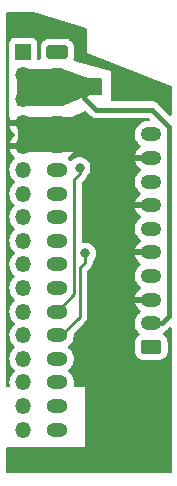
<source format=gbl>
G04 #@! TF.GenerationSoftware,KiCad,Pcbnew,(6.0.1)*
G04 #@! TF.CreationDate,2022-07-05T00:40:55-07:00*
G04 #@! TF.ProjectId,mu100-dit-connector-board,6d753130-302d-4646-9974-2d636f6e6e65,rev?*
G04 #@! TF.SameCoordinates,PX4a615b8PY2b4db18*
G04 #@! TF.FileFunction,Copper,L2,Bot*
G04 #@! TF.FilePolarity,Positive*
%FSLAX46Y46*%
G04 Gerber Fmt 4.6, Leading zero omitted, Abs format (unit mm)*
G04 Created by KiCad (PCBNEW (6.0.1)) date 2022-07-05 00:40:55*
%MOMM*%
%LPD*%
G01*
G04 APERTURE LIST*
G04 Aperture macros list*
%AMRoundRect*
4,1,4,2,3,4,5,6,7,8,9,2,3,0*
1,1,$1,$2,$3*
1,1,$1,$2,$3*
1,1,$1,$2,$3*
1,1,$1,$2,$3*
20,1,$1,$2,$3,$4,$5,0*
20,1,$1,$2,$3,$4,$5,0*
20,1,$1,$2,$3,$4,$5,0*
20,1,$1,$2,$3,$4,$5,0*%
G04 Aperture macros list end*
G04 #@! TA.AperFunction,ComponentPad*
%AMCOMP67*
4,1,3,
-0.65,0.35,
-0.65,-0.35,
0.65,-0.35,
0.65,0.35,
0*
4,1,19,
-0.65,0.6,
-0.57274575140626316,0.58776412907378839,
-0.50305368692688179,0.55225424859373684,
-0.44774575140626316,0.49694631307311826,
-0.41223587092621161,0.42725424859373684,
-0.4,0.35,
-0.41223587092621161,0.27274575140626311,
-0.44774575140626316,0.20305368692688172,
-0.50305368692688168,0.14774575140626314,
-0.57274575140626316,0.1122358709262116,
-0.65,0.099999999999999978,
-0.727254248593737,0.1122358709262116,
-0.79694631307311825,0.14774575140626309,
-0.85225424859373689,0.20305368692688167,
-0.88776412907378843,0.27274575140626311,
-0.9,0.34999999999999992,
-0.88776412907378843,0.42725424859373679,
-0.85225424859373689,0.49694631307311821,
-0.79694631307311836,0.55225424859373684,
-0.72725424859373689,0.58776412907378839,
0*
4,1,19,
-0.65,-0.099999999999999978,
-0.57274575140626316,-0.1122358709262116,
-0.50305368692688179,-0.14774575140626311,
-0.44774575140626316,-0.20305368692688169,
-0.41223587092621161,-0.27274575140626311,
-0.4,-0.35,
-0.41223587092621161,-0.42725424859373684,
-0.44774575140626316,-0.49694631307311821,
-0.50305368692688168,-0.55225424859373684,
-0.57274575140626316,-0.58776412907378839,
-0.65,-0.6,
-0.727254248593737,-0.58776412907378839,
-0.79694631307311825,-0.55225424859373684,
-0.85225424859373689,-0.49694631307311832,
-0.88776412907378843,-0.42725424859373684,
-0.9,-0.35000000000000003,
-0.88776412907378843,-0.27274575140626317,
-0.85225424859373689,-0.20305368692688175,
-0.79694631307311836,-0.14774575140626314,
-0.72725424859373689,-0.1122358709262116,
0*
4,1,19,
0.65,-0.099999999999999978,
0.72725424859373689,-0.1122358709262116,
0.79694631307311825,-0.14774575140626311,
0.85225424859373689,-0.20305368692688169,
0.88776412907378843,-0.27274575140626311,
0.9,-0.35,
0.88776412907378843,-0.42725424859373684,
0.85225424859373689,-0.49694631307311821,
0.79694631307311836,-0.55225424859373684,
0.72725424859373689,-0.58776412907378839,
0.65,-0.6,
0.572745751406263,-0.58776412907378839,
0.50305368692688179,-0.55225424859373684,
0.44774575140626316,-0.49694631307311832,
0.41223587092621161,-0.42725424859373684,
0.4,-0.35000000000000003,
0.41223587092621161,-0.27274575140626317,
0.44774575140626316,-0.20305368692688175,
0.50305368692688168,-0.14774575140626314,
0.57274575140626316,-0.1122358709262116,
0*
4,1,19,
0.65,0.6,
0.72725424859373689,0.58776412907378839,
0.79694631307311825,0.55225424859373684,
0.85225424859373689,0.49694631307311826,
0.88776412907378843,0.42725424859373684,
0.9,0.35,
0.88776412907378843,0.27274575140626311,
0.85225424859373689,0.20305368692688172,
0.79694631307311836,0.14774575140626314,
0.72725424859373689,0.1122358709262116,
0.65,0.099999999999999978,
0.572745751406263,0.1122358709262116,
0.50305368692688179,0.14774575140626309,
0.44774575140626316,0.20305368692688167,
0.41223587092621161,0.27274575140626311,
0.4,0.34999999999999992,
0.41223587092621161,0.42725424859373679,
0.44774575140626316,0.49694631307311821,
0.50305368692688168,0.55225424859373684,
0.57274575140626316,0.58776412907378839,
0*
4,1,3,
-0.9,0.35,
-0.4,0.35,
-0.4,-0.35,
-0.9,-0.35,
0*
4,1,3,
-0.65,-0.6,
-0.65,-0.099999999999999978,
0.65,-0.099999999999999978,
0.65,-0.6,
0*
4,1,3,
0.9,-0.35,
0.4,-0.35,
0.4,0.35,
0.9,0.35,
0*
4,1,3,
0.65,0.6,
0.65,0.099999999999999978,
-0.65,0.099999999999999978,
-0.65,0.6,
0*%
%ADD10COMP67,0.25X-0.65X0.35X-0.65X-0.35X0.65X-0.35X0.65X0.35X0*%
G04 #@! TD*
G04 #@! TA.AperFunction,ComponentPad*
%ADD11O,1.8X1.2*%
G04 #@! TD*
G04 #@! TA.AperFunction,ComponentPad*
%AMCOMP68*
4,1,3,
0.625,-0.35,
0.625,0.35,
-0.625,0.35,
-0.625,-0.35,
0*
4,1,19,
0.625,-0.099999999999999978,
0.70225424859373686,-0.1122358709262116,
0.77194631307311834,-0.14774575140626311,
0.82725424859373686,-0.20305368692688169,
0.86276412907378841,-0.27274575140626311,
0.875,-0.35,
0.86276412907378841,-0.42725424859373684,
0.82725424859373686,-0.49694631307311821,
0.77194631307311834,-0.55225424859373684,
0.70225424859373686,-0.58776412907378839,
0.625,-0.6,
0.547745751406263,-0.58776412907378839,
0.47805368692688177,-0.55225424859373684,
0.42274575140626314,-0.49694631307311832,
0.38723587092621159,-0.42725424859373684,
0.375,-0.35000000000000003,
0.38723587092621159,-0.27274575140626317,
0.42274575140626314,-0.20305368692688175,
0.47805368692688166,-0.14774575140626314,
0.54774575140626314,-0.1122358709262116,
0*
4,1,19,
0.625,0.6,
0.70225424859373686,0.58776412907378839,
0.77194631307311834,0.55225424859373684,
0.82725424859373686,0.49694631307311826,
0.86276412907378841,0.42725424859373684,
0.875,0.35,
0.86276412907378841,0.27274575140626311,
0.82725424859373686,0.20305368692688172,
0.77194631307311834,0.14774575140626314,
0.70225424859373686,0.1122358709262116,
0.625,0.099999999999999978,
0.547745751406263,0.1122358709262116,
0.47805368692688177,0.14774575140626309,
0.42274575140626314,0.20305368692688167,
0.38723587092621159,0.27274575140626311,
0.375,0.34999999999999992,
0.38723587092621159,0.42725424859373679,
0.42274575140626314,0.49694631307311821,
0.47805368692688166,0.55225424859373684,
0.54774575140626314,0.58776412907378839,
0*
4,1,19,
-0.625,0.6,
-0.54774575140626314,0.58776412907378839,
-0.47805368692688172,0.55225424859373684,
-0.42274575140626314,0.49694631307311826,
-0.38723587092621159,0.42725424859373684,
-0.375,0.35,
-0.38723587092621159,0.27274575140626311,
-0.42274575140626314,0.20305368692688172,
-0.47805368692688166,0.14774575140626314,
-0.54774575140626314,0.1122358709262116,
-0.625,0.099999999999999978,
-0.702254248593737,0.1122358709262116,
-0.77194631307311823,0.14774575140626309,
-0.82725424859373686,0.20305368692688167,
-0.86276412907378841,0.27274575140626311,
-0.875,0.34999999999999992,
-0.86276412907378841,0.42725424859373679,
-0.82725424859373686,0.49694631307311821,
-0.77194631307311834,0.55225424859373684,
-0.70225424859373686,0.58776412907378839,
0*
4,1,19,
-0.625,-0.099999999999999978,
-0.54774575140626314,-0.1122358709262116,
-0.47805368692688172,-0.14774575140626311,
-0.42274575140626314,-0.20305368692688169,
-0.38723587092621159,-0.27274575140626311,
-0.375,-0.35,
-0.38723587092621159,-0.42725424859373684,
-0.42274575140626314,-0.49694631307311821,
-0.47805368692688166,-0.55225424859373684,
-0.54774575140626314,-0.58776412907378839,
-0.625,-0.6,
-0.702254248593737,-0.58776412907378839,
-0.77194631307311823,-0.55225424859373684,
-0.82725424859373686,-0.49694631307311832,
-0.86276412907378841,-0.42725424859373684,
-0.875,-0.35000000000000003,
-0.86276412907378841,-0.27274575140626317,
-0.82725424859373686,-0.20305368692688175,
-0.77194631307311834,-0.14774575140626314,
-0.70225424859373686,-0.1122358709262116,
0*
4,1,3,
0.875,-0.35,
0.375,-0.35,
0.375,0.35,
0.875,0.35,
0*
4,1,3,
0.625,0.6,
0.625,0.099999999999999978,
-0.625,0.099999999999999978,
-0.625,0.6,
0*
4,1,3,
-0.875,0.35,
-0.375,0.35,
-0.375,-0.35,
-0.875,-0.35,
0*
4,1,3,
-0.625,-0.6,
-0.625,-0.099999999999999978,
0.625,-0.099999999999999978,
0.625,-0.6,
0*%
%ADD12COMP68,0.25X0.625X-0.35X0.625X0.35X-0.625X0.35X-0.625X-0.35X0*%
G04 #@! TD*
G04 #@! TA.AperFunction,ComponentPad*
%ADD13O,1.75X1.2*%
G04 #@! TD*
G04 #@! TA.AperFunction,ComponentPad*
%ADD14R,1.35X1.35*%
G04 #@! TD*
G04 #@! TA.AperFunction,ComponentPad*
%ADD15O,1.35X1.35*%
G04 #@! TD*
G04 #@! TA.AperFunction,ViaPad*
%ADD16C,0.8*%
G04 #@! TD*
G04 #@! TA.AperFunction,Conductor*
%ADD17C,0.4*%
G04 #@! TD*
G04 #@! TA.AperFunction,Conductor*
%ADD18C,0.25*%
G04 #@! TD*
G04 APERTURE END LIST*
D10*
X0020000000Y0084000000D02*
X0024855000Y0080165000D03*
D11*
X0024855000Y0078165000D03*
X0024855000Y0076165000D03*
X0024855000Y0074164999D03*
X0024855000Y0072164999D03*
X0024855000Y0070164999D03*
X0024855000Y0068164999D03*
X0024855000Y0066164999D03*
X0024855000Y0064164999D03*
X0024855000Y0062165000D03*
X0024855000Y0060165000D03*
X0024855000Y0058165000D03*
X0024855000Y0056165000D03*
X0024855000Y0054165000D03*
X0024855000Y0052165000D03*
X0024855000Y0050165000D03*
X0024855000Y0048165000D03*
D12*
X0032814999Y0055175000D03*
D13*
X0032814999Y0057175000D03*
X0032814999Y0059175000D03*
X0032814999Y0061175000D03*
X0032814999Y0063175000D03*
X0032814999Y0065175000D03*
X0032814999Y0067175000D03*
X0032814999Y0069175000D03*
X0032814999Y0071175000D03*
X0032814999Y0073175000D03*
D14*
X0021995000Y0080165000D03*
D15*
X0021995000Y0078165000D03*
X0021995000Y0076165000D03*
X0021995000Y0074164999D03*
X0021995000Y0072164999D03*
X0021995000Y0070164999D03*
X0021995000Y0068164999D03*
X0021995000Y0066164999D03*
X0021995000Y0064164999D03*
X0021995000Y0062165000D03*
X0021995000Y0060165000D03*
X0021995000Y0058165000D03*
X0021995000Y0056165000D03*
X0021995000Y0054165000D03*
X0021995000Y0052165000D03*
X0021995000Y0050165000D03*
X0021995000Y0048165000D03*
D16*
X0034095000Y0075685000D03*
X0032064999Y0076475000D03*
X0027035000Y0074605000D03*
X0028395000Y0074115000D03*
X0030075000Y0074055000D03*
X0026762999Y0070335400D03*
X0027220200Y0063096400D03*
D17*
X0025664400Y0078165000D02*
X0027271000Y0076558400D01*
X0024855000Y0076165000D02*
X0025959600Y0077269600D01*
X0024855000Y0078165000D02*
X0025664400Y0078165000D01*
X0026178800Y0077269600D02*
X0028185400Y0075263000D01*
X0034315480Y0073831920D02*
X0034315480Y0057796480D01*
X0032884400Y0075263000D02*
X0034315480Y0073831920D01*
X0025959600Y0077269600D02*
X0026178800Y0077269600D01*
X0033694000Y0057175000D02*
X0032814999Y0057175000D01*
X0028185400Y0075263000D02*
X0032884400Y0075263000D01*
X0034315480Y0057796480D02*
X0033694000Y0057175000D01*
X0027271000Y0076558400D02*
X0025248400Y0076558400D01*
D18*
X0026762999Y0070335400D02*
X0026762999Y0069813000D01*
X0026305799Y0059615800D02*
X0024855000Y0058165000D01*
X0026762999Y0069813000D02*
X0026305799Y0069355800D01*
X0026305799Y0069355800D02*
X0026305799Y0059615800D01*
X0027220200Y0062334400D02*
X0026762999Y0061877200D01*
X0027220200Y0063096400D02*
X0027220200Y0062334400D01*
X0026762999Y0061877200D02*
X0026762999Y0057736999D01*
X0026762999Y0057736999D02*
X0025191000Y0056165000D01*
X0025191000Y0056165000D02*
X0024855000Y0056165000D01*
G04 #@! TA.AperFunction,Conductor*
G36*
X0026325000Y0071675000D02*
G01*
X0024800031Y0071675000D01*
X0024800000Y0071680000D01*
X0021600000Y0071680000D01*
X0021599953Y0071675000D01*
X0021525000Y0071675000D01*
X0021525000Y0074675000D01*
X0026325000Y0074675000D01*
X0026325000Y0071675000D01*
G37*
G04 #@! TD.AperFunction*
G04 #@! TA.AperFunction,Conductor*
G36*
X0027329272Y0075117158D02*
G01*
X0027663950Y0074782479D01*
X0027669804Y0074776215D01*
X0027707839Y0074732615D01*
X0027714053Y0074728248D01*
X0027760119Y0074695872D01*
X0027765414Y0074691939D01*
X0027815682Y0074652524D01*
X0027822598Y0074649401D01*
X0027824884Y0074648017D01*
X0027839565Y0074639643D01*
X0027841925Y0074638378D01*
X0027848139Y0074634010D01*
X0027855218Y0074631250D01*
X0027855220Y0074631249D01*
X0027907675Y0074610798D01*
X0027913744Y0074608247D01*
X0027971973Y0074581955D01*
X0027979440Y0074580571D01*
X0027981995Y0074579770D01*
X0027998248Y0074575141D01*
X0028000828Y0074574478D01*
X0028007908Y0074571718D01*
X0028015439Y0074570727D01*
X0028015442Y0074570726D01*
X0028045061Y0074566827D01*
X0028071261Y0074563378D01*
X0028077759Y0074562348D01*
X0028140586Y0074550704D01*
X0028148166Y0074551141D01*
X0028148167Y0074551141D01*
X0028202792Y0074554291D01*
X0028210046Y0074554500D01*
X0032538740Y0074554500D01*
X0032606861Y0074534498D01*
X0032627834Y0074517595D01*
X0032646834Y0074498595D01*
X0032680861Y0074436283D01*
X0032675796Y0074365468D01*
X0032633249Y0074308632D01*
X0032566729Y0074283821D01*
X0032557740Y0074283500D01*
X0032487154Y0074283500D01*
X0032329434Y0074268452D01*
X0032126466Y0074208908D01*
X0032121139Y0074206164D01*
X0032121138Y0074206164D01*
X0031943751Y0074114803D01*
X0031943748Y0074114802D01*
X0031938420Y0074112058D01*
X0031772080Y0073981396D01*
X0031768148Y0073976865D01*
X0031768145Y0073976862D01*
X0031699365Y0073897601D01*
X0031633448Y0073821637D01*
X0031630448Y0073816451D01*
X0031630445Y0073816447D01*
X0031549616Y0073676728D01*
X0031527527Y0073638546D01*
X0031458139Y0073438729D01*
X0031457278Y0073432794D01*
X0031457278Y0073432792D01*
X0031432898Y0073264643D01*
X0031427787Y0073229396D01*
X0031437567Y0073018101D01*
X0031438971Y0073012276D01*
X0031438971Y0073012275D01*
X0031469067Y0072887397D01*
X0031487125Y0072812466D01*
X0031574674Y0072619913D01*
X0031697054Y0072447389D01*
X0031849850Y0072301119D01*
X0031854881Y0072297870D01*
X0031854888Y0072297865D01*
X0031882607Y0072279967D01*
X0031928984Y0072226211D01*
X0031938937Y0072155915D01*
X0031909304Y0072091398D01*
X0031892091Y0072075030D01*
X0031777143Y0071984738D01*
X0031768494Y0071976501D01*
X0031637788Y0071825877D01*
X0031630853Y0071816153D01*
X0031530990Y0071643533D01*
X0031526016Y0071632669D01*
X0031460593Y0071444273D01*
X0031460352Y0071443284D01*
X0031461820Y0071432992D01*
X0031475385Y0071429000D01*
X0032942999Y0071429000D01*
X0033011121Y0071408998D01*
X0033057614Y0071355342D01*
X0033069000Y0071303000D01*
X0033069000Y0071047000D01*
X0033048997Y0070978879D01*
X0032995342Y0070932386D01*
X0032942999Y0070920999D01*
X0031479598Y0070920999D01*
X0031466067Y0070917027D01*
X0031464712Y0070907601D01*
X0031486193Y0070818463D01*
X0031490083Y0070807168D01*
X0031572629Y0070625618D01*
X0031578576Y0070615276D01*
X0031693968Y0070452603D01*
X0031701760Y0070443575D01*
X0031845831Y0070305658D01*
X0031855200Y0070298259D01*
X0031882576Y0070280582D01*
X0031928955Y0070226828D01*
X0031938909Y0070156532D01*
X0031909278Y0070092015D01*
X0031892063Y0070075644D01*
X0031772080Y0069981396D01*
X0031768148Y0069976865D01*
X0031768145Y0069976862D01*
X0031649554Y0069840198D01*
X0031633448Y0069821637D01*
X0031630448Y0069816451D01*
X0031630445Y0069816447D01*
X0031602561Y0069768247D01*
X0031527527Y0069638546D01*
X0031458139Y0069438729D01*
X0031457278Y0069432794D01*
X0031457278Y0069432792D01*
X0031441907Y0069326777D01*
X0031427787Y0069229396D01*
X0031437567Y0069018101D01*
X0031487125Y0068812466D01*
X0031574674Y0068619913D01*
X0031697054Y0068447389D01*
X0031849850Y0068301119D01*
X0031854881Y0068297870D01*
X0031854888Y0068297865D01*
X0031882607Y0068279967D01*
X0031928984Y0068226211D01*
X0031938937Y0068155915D01*
X0031909304Y0068091398D01*
X0031892091Y0068075030D01*
X0031777143Y0067984738D01*
X0031768494Y0067976501D01*
X0031637788Y0067825876D01*
X0031630853Y0067816153D01*
X0031530990Y0067643533D01*
X0031526016Y0067632669D01*
X0031460593Y0067444273D01*
X0031460352Y0067443284D01*
X0031461820Y0067432992D01*
X0031475385Y0067429000D01*
X0032942999Y0067429000D01*
X0033011121Y0067408998D01*
X0033057614Y0067355342D01*
X0033069000Y0067303000D01*
X0033069000Y0067047000D01*
X0033048997Y0066978879D01*
X0032995342Y0066932386D01*
X0032942999Y0066920999D01*
X0031479598Y0066920999D01*
X0031466067Y0066917027D01*
X0031464712Y0066907601D01*
X0031486193Y0066818463D01*
X0031490083Y0066807168D01*
X0031572629Y0066625618D01*
X0031578576Y0066615275D01*
X0031693968Y0066452603D01*
X0031701760Y0066443574D01*
X0031845831Y0066305657D01*
X0031855200Y0066298259D01*
X0031882576Y0066280581D01*
X0031928955Y0066226828D01*
X0031938909Y0066156532D01*
X0031909278Y0066092015D01*
X0031892063Y0066075644D01*
X0031772080Y0065981396D01*
X0031768148Y0065976865D01*
X0031768145Y0065976862D01*
X0031649554Y0065840198D01*
X0031633448Y0065821636D01*
X0031630448Y0065816451D01*
X0031630445Y0065816447D01*
X0031602561Y0065768247D01*
X0031527527Y0065638546D01*
X0031458139Y0065438728D01*
X0031427787Y0065229396D01*
X0031437567Y0065018101D01*
X0031487125Y0064812466D01*
X0031574674Y0064619913D01*
X0031697054Y0064447389D01*
X0031849850Y0064301119D01*
X0031854881Y0064297870D01*
X0031854888Y0064297865D01*
X0031882607Y0064279967D01*
X0031928984Y0064226211D01*
X0031938937Y0064155914D01*
X0031909304Y0064091398D01*
X0031892091Y0064075030D01*
X0031777143Y0063984738D01*
X0031768494Y0063976501D01*
X0031637788Y0063825877D01*
X0031630853Y0063816153D01*
X0031530990Y0063643533D01*
X0031526016Y0063632669D01*
X0031460593Y0063444272D01*
X0031460352Y0063443284D01*
X0031461820Y0063432992D01*
X0031475385Y0063429000D01*
X0032942999Y0063429000D01*
X0033011121Y0063408998D01*
X0033057614Y0063355342D01*
X0033069000Y0063303000D01*
X0033069000Y0063047000D01*
X0033048997Y0062978879D01*
X0032995342Y0062932386D01*
X0032942999Y0062921000D01*
X0031479598Y0062921000D01*
X0031466067Y0062917027D01*
X0031464712Y0062907601D01*
X0031486193Y0062818463D01*
X0031490083Y0062807168D01*
X0031572629Y0062625618D01*
X0031578576Y0062615276D01*
X0031693968Y0062452603D01*
X0031701760Y0062443574D01*
X0031845831Y0062305658D01*
X0031855200Y0062298259D01*
X0031882576Y0062280581D01*
X0031928955Y0062226828D01*
X0031938909Y0062156532D01*
X0031909278Y0062092015D01*
X0031892063Y0062075644D01*
X0031772080Y0061981396D01*
X0031768148Y0061976865D01*
X0031768145Y0061976862D01*
X0031716853Y0061917753D01*
X0031633448Y0061821636D01*
X0031630448Y0061816451D01*
X0031630445Y0061816447D01*
X0031602561Y0061768247D01*
X0031527527Y0061638546D01*
X0031458139Y0061438728D01*
X0031427787Y0061229396D01*
X0031437567Y0061018101D01*
X0031487125Y0060812466D01*
X0031574674Y0060619913D01*
X0031697054Y0060447389D01*
X0031849850Y0060301119D01*
X0031854881Y0060297870D01*
X0031854888Y0060297865D01*
X0031882607Y0060279967D01*
X0031928984Y0060226211D01*
X0031938937Y0060155915D01*
X0031909304Y0060091398D01*
X0031892091Y0060075030D01*
X0031777143Y0059984738D01*
X0031768494Y0059976501D01*
X0031637788Y0059825877D01*
X0031630853Y0059816153D01*
X0031530990Y0059643533D01*
X0031526016Y0059632669D01*
X0031460593Y0059444272D01*
X0031460352Y0059443284D01*
X0031461820Y0059432992D01*
X0031475385Y0059429000D01*
X0032942999Y0059429000D01*
X0033011121Y0059408998D01*
X0033057614Y0059355342D01*
X0033069000Y0059303000D01*
X0033069000Y0059047000D01*
X0033048997Y0058978879D01*
X0032995342Y0058932386D01*
X0032942999Y0058921000D01*
X0031479598Y0058921000D01*
X0031466067Y0058917027D01*
X0031464712Y0058907601D01*
X0031486193Y0058818463D01*
X0031490083Y0058807168D01*
X0031572629Y0058625618D01*
X0031578576Y0058615276D01*
X0031693968Y0058452603D01*
X0031701760Y0058443574D01*
X0031845831Y0058305658D01*
X0031855200Y0058298259D01*
X0031882576Y0058280581D01*
X0031928955Y0058226828D01*
X0031938909Y0058156532D01*
X0031909278Y0058092015D01*
X0031892063Y0058075644D01*
X0031772080Y0057981396D01*
X0031768148Y0057976865D01*
X0031768145Y0057976862D01*
X0031649554Y0057840198D01*
X0031633448Y0057821636D01*
X0031630448Y0057816451D01*
X0031630445Y0057816447D01*
X0031549903Y0057677223D01*
X0031527527Y0057638546D01*
X0031458139Y0057438728D01*
X0031457278Y0057432794D01*
X0031457278Y0057432792D01*
X0031429266Y0057239593D01*
X0031427787Y0057229396D01*
X0031437567Y0057018101D01*
X0031438971Y0057012276D01*
X0031438971Y0057012275D01*
X0031475695Y0056859895D01*
X0031487125Y0056812466D01*
X0031574674Y0056619913D01*
X0031697054Y0056447389D01*
X0031701380Y0056443247D01*
X0031701386Y0056443241D01*
X0031792317Y0056356194D01*
X0031827694Y0056294639D01*
X0031824175Y0056223730D01*
X0031782879Y0056165979D01*
X0031771496Y0056158035D01*
X0031715652Y0056123478D01*
X0031590695Y0055998303D01*
X0031497885Y0055847738D01*
X0031495581Y0055840790D01*
X0031447642Y0055696258D01*
X0031442203Y0055679861D01*
X0031431500Y0055575400D01*
X0031431500Y0054774600D01*
X0031442474Y0054668834D01*
X0031498450Y0054501054D01*
X0031591521Y0054350652D01*
X0031716697Y0054225695D01*
X0031722927Y0054221855D01*
X0031722928Y0054221854D01*
X0031860090Y0054137305D01*
X0031867262Y0054132885D01*
X0031916356Y0054116601D01*
X0032028610Y0054079368D01*
X0032028613Y0054079368D01*
X0032035139Y0054077203D01*
X0032041975Y0054076503D01*
X0032041978Y0054076502D01*
X0032085031Y0054072091D01*
X0032139600Y0054066500D01*
X0033490400Y0054066500D01*
X0033493646Y0054066837D01*
X0033493650Y0054066837D01*
X0033589308Y0054076762D01*
X0033589312Y0054076763D01*
X0033596166Y0054077473D01*
X0033602702Y0054079655D01*
X0033602704Y0054079655D01*
X0033734806Y0054123728D01*
X0033763946Y0054133450D01*
X0033914348Y0054226522D01*
X0034039305Y0054351697D01*
X0034076549Y0054412118D01*
X0034128275Y0054496032D01*
X0034128276Y0054496034D01*
X0034132115Y0054502262D01*
X0034187797Y0054670139D01*
X0034198499Y0054774600D01*
X0034198499Y0055575400D01*
X0034187526Y0055681166D01*
X0034180758Y0055701454D01*
X0034133868Y0055841998D01*
X0034131550Y0055848946D01*
X0034038478Y0055999348D01*
X0033913303Y0056124305D01*
X0033861764Y0056156075D01*
X0033814271Y0056208846D01*
X0033802847Y0056278918D01*
X0033831120Y0056344042D01*
X0033850045Y0056362418D01*
X0033857920Y0056368604D01*
X0033981688Y0056511234D01*
X0034018150Y0056540054D01*
X0034024656Y0056542513D01*
X0034030917Y0056546814D01*
X0034033286Y0056548054D01*
X0034048097Y0056556298D01*
X0034050351Y0056557632D01*
X0034057305Y0056560685D01*
X0034108002Y0056599587D01*
X0034113332Y0056603459D01*
X0034159720Y0056635339D01*
X0034159725Y0056635344D01*
X0034165981Y0056639643D01*
X0034207426Y0056686161D01*
X0034212408Y0056691437D01*
X0034351905Y0056830934D01*
X0034414217Y0056864960D01*
X0034485032Y0056859895D01*
X0034541868Y0056817347D01*
X0034566679Y0056750828D01*
X0034567000Y0056741839D01*
X0034567000Y0044634000D01*
X0034546998Y0044565879D01*
X0034493342Y0044519386D01*
X0034441000Y0044508000D01*
X0020634000Y0044508000D01*
X0020565879Y0044528002D01*
X0020519386Y0044581658D01*
X0020508000Y0044634000D01*
X0020508000Y0046539600D01*
X0020528002Y0046607721D01*
X0020581658Y0046654214D01*
X0020634000Y0046665600D01*
X0027238400Y0046665600D01*
X0027238400Y0051775000D01*
X0026364139Y0051775000D01*
X0026296018Y0051795002D01*
X0026249525Y0051848658D01*
X0026239443Y0051919080D01*
X0026266352Y0052104664D01*
X0026266352Y0052104667D01*
X0026267213Y0052110603D01*
X0026257433Y0052321899D01*
X0026207875Y0052527534D01*
X0026168412Y0052614329D01*
X0026122806Y0052714632D01*
X0026120326Y0052720087D01*
X0025997946Y0052892611D01*
X0025845150Y0053038881D01*
X0025839255Y0053042688D01*
X0025812837Y0053059746D01*
X0025766460Y0053113501D01*
X0025756507Y0053183797D01*
X0025786139Y0053248314D01*
X0025803353Y0053264683D01*
X0025918202Y0053354898D01*
X0025922920Y0053358604D01*
X0025926852Y0053363135D01*
X0025926855Y0053363138D01*
X0026057621Y0053513833D01*
X0026061552Y0053518363D01*
X0026064552Y0053523549D01*
X0026064555Y0053523553D01*
X0026164467Y0053696258D01*
X0026167473Y0053701454D01*
X0026236861Y0053901271D01*
X0026260867Y0054066837D01*
X0026266352Y0054104664D01*
X0026266352Y0054104667D01*
X0026267213Y0054110603D01*
X0026257433Y0054321899D01*
X0026212582Y0054508002D01*
X0026209281Y0054521701D01*
X0026209280Y0054521703D01*
X0026207875Y0054527534D01*
X0026168412Y0054614329D01*
X0026140511Y0054675692D01*
X0026120326Y0054720087D01*
X0025997946Y0054892611D01*
X0025845150Y0055038881D01*
X0025839255Y0055042688D01*
X0025812837Y0055059746D01*
X0025766460Y0055113501D01*
X0025756507Y0055183797D01*
X0025786139Y0055248314D01*
X0025803353Y0055264683D01*
X0025918202Y0055354898D01*
X0025922920Y0055358604D01*
X0025926852Y0055363135D01*
X0025926855Y0055363138D01*
X0026057621Y0055513833D01*
X0026061552Y0055518363D01*
X0026064552Y0055523549D01*
X0026064555Y0055523553D01*
X0026164467Y0055696258D01*
X0026167473Y0055701454D01*
X0026236861Y0055901271D01*
X0026267213Y0056110603D01*
X0026261141Y0056241796D01*
X0026259403Y0056279348D01*
X0026276234Y0056348320D01*
X0026296173Y0056374269D01*
X0027155258Y0057233353D01*
X0027163536Y0057240887D01*
X0027170018Y0057245000D01*
X0027216644Y0057294652D01*
X0027219398Y0057297493D01*
X0027239135Y0057317229D01*
X0027241615Y0057320426D01*
X0027249320Y0057329449D01*
X0027274159Y0057355900D01*
X0027279586Y0057361678D01*
X0027283405Y0057368625D01*
X0027283407Y0057368628D01*
X0027289348Y0057379434D01*
X0027300199Y0057395953D01*
X0027307758Y0057405699D01*
X0027312614Y0057411958D01*
X0027315759Y0057419228D01*
X0027315762Y0057419232D01*
X0027330174Y0057452537D01*
X0027335391Y0057463187D01*
X0027356695Y0057501940D01*
X0027361733Y0057521563D01*
X0027368137Y0057540266D01*
X0027373033Y0057551580D01*
X0027373033Y0057551581D01*
X0027376181Y0057558855D01*
X0027377420Y0057566677D01*
X0027377423Y0057566688D01*
X0027383099Y0057602524D01*
X0027385505Y0057614143D01*
X0027394528Y0057649288D01*
X0027394528Y0057649290D01*
X0027396500Y0057656970D01*
X0027396500Y0057677223D01*
X0027398051Y0057696935D01*
X0027399980Y0057709114D01*
X0027401220Y0057716943D01*
X0027397059Y0057760962D01*
X0027396500Y0057772819D01*
X0027396500Y0061562606D01*
X0027416502Y0061630727D01*
X0027433405Y0061651701D01*
X0027612447Y0061830743D01*
X0027620737Y0061838287D01*
X0027627218Y0061842400D01*
X0027673859Y0061892067D01*
X0027676613Y0061894909D01*
X0027696334Y0061914630D01*
X0027698812Y0061917825D01*
X0027706518Y0061926846D01*
X0027731358Y0061953299D01*
X0027736786Y0061959079D01*
X0027746546Y0061976832D01*
X0027757399Y0061993355D01*
X0027764953Y0062003094D01*
X0027769813Y0062009359D01*
X0027787376Y0062049943D01*
X0027792583Y0062060573D01*
X0027813895Y0062099340D01*
X0027815866Y0062107017D01*
X0027815868Y0062107022D01*
X0027818932Y0062118958D01*
X0027825338Y0062137670D01*
X0027830234Y0062148983D01*
X0027833381Y0062156255D01*
X0027840297Y0062199919D01*
X0027842704Y0062211540D01*
X0027851728Y0062246689D01*
X0027851728Y0062246690D01*
X0027853700Y0062254370D01*
X0027853700Y0062274631D01*
X0027855251Y0062294342D01*
X0027855871Y0062298259D01*
X0027858418Y0062314343D01*
X0027854259Y0062358354D01*
X0027853700Y0062370211D01*
X0027853700Y0062393876D01*
X0027873702Y0062461997D01*
X0027886058Y0062478179D01*
X0027959240Y0062559456D01*
X0028054727Y0062724844D01*
X0028113742Y0062906472D01*
X0028114852Y0062917027D01*
X0028133014Y0063089835D01*
X0028133704Y0063096400D01*
X0028124440Y0063184535D01*
X0028114432Y0063279765D01*
X0028114432Y0063279767D01*
X0028113742Y0063286328D01*
X0028054727Y0063467956D01*
X0027959240Y0063633344D01*
X0027831453Y0063775266D01*
X0027676952Y0063887518D01*
X0027670924Y0063890202D01*
X0027670922Y0063890203D01*
X0027508519Y0063962509D01*
X0027508518Y0063962509D01*
X0027502488Y0063965194D01*
X0027409087Y0063985047D01*
X0027322144Y0064003528D01*
X0027322139Y0064003528D01*
X0027315687Y0064004899D01*
X0027124713Y0064004899D01*
X0027114465Y0064002722D01*
X0027091496Y0063997840D01*
X0027020705Y0064003243D01*
X0026964073Y0064046060D01*
X0026939580Y0064112697D01*
X0026939300Y0064121087D01*
X0026939300Y0069041206D01*
X0026959302Y0069109327D01*
X0026976205Y0069130301D01*
X0027155247Y0069309343D01*
X0027163536Y0069316887D01*
X0027170018Y0069321000D01*
X0027216659Y0069370668D01*
X0027219413Y0069373509D01*
X0027239134Y0069393230D01*
X0027241612Y0069396425D01*
X0027249318Y0069405447D01*
X0027274158Y0069431899D01*
X0027279586Y0069437679D01*
X0027289346Y0069455432D01*
X0027300199Y0069471955D01*
X0027307753Y0069481694D01*
X0027312613Y0069487959D01*
X0027330176Y0069528543D01*
X0027335383Y0069539173D01*
X0027356695Y0069577940D01*
X0027358666Y0069585617D01*
X0027358668Y0069585622D01*
X0027361732Y0069597557D01*
X0027368138Y0069616270D01*
X0027373033Y0069627580D01*
X0027376181Y0069634855D01*
X0027377202Y0069641301D01*
X0027404181Y0069689771D01*
X0027497617Y0069793543D01*
X0027497620Y0069793547D01*
X0027502040Y0069798456D01*
X0027597527Y0069963844D01*
X0027656542Y0070145472D01*
X0027657705Y0070156532D01*
X0027675814Y0070328835D01*
X0027676504Y0070335400D01*
X0027668441Y0070412117D01*
X0027657232Y0070518765D01*
X0027657232Y0070518767D01*
X0027656542Y0070525328D01*
X0027597527Y0070706956D01*
X0027502040Y0070872344D01*
X0027470295Y0070907601D01*
X0027378675Y0071009355D01*
X0027378674Y0071009356D01*
X0027374253Y0071014265D01*
X0027219752Y0071126518D01*
X0027213724Y0071129201D01*
X0027213722Y0071129203D01*
X0027051319Y0071201509D01*
X0027051318Y0071201509D01*
X0027045288Y0071204194D01*
X0026951887Y0071224047D01*
X0026864944Y0071242528D01*
X0026864939Y0071242528D01*
X0026858487Y0071243900D01*
X0026667513Y0071243900D01*
X0026661061Y0071242528D01*
X0026661056Y0071242528D01*
X0026574113Y0071224047D01*
X0026480712Y0071204194D01*
X0026474682Y0071201509D01*
X0026474681Y0071201509D01*
X0026312278Y0071129203D01*
X0026312276Y0071129201D01*
X0026306248Y0071126518D01*
X0026151747Y0071014265D01*
X0026119885Y0070978879D01*
X0026108644Y0070966395D01*
X0026048198Y0070929155D01*
X0025977215Y0070930507D01*
X0025927877Y0070959687D01*
X0025849480Y0071034736D01*
X0025845150Y0071038881D01*
X0025840119Y0071042130D01*
X0025840112Y0071042135D01*
X0025812393Y0071060033D01*
X0025766016Y0071113789D01*
X0025756063Y0071184085D01*
X0025785696Y0071248602D01*
X0025802909Y0071264970D01*
X0025917856Y0071355262D01*
X0025926506Y0071363499D01*
X0026057212Y0071514123D01*
X0026064147Y0071523847D01*
X0026164010Y0071696467D01*
X0026168984Y0071707331D01*
X0026234407Y0071895727D01*
X0026234648Y0071896716D01*
X0026233180Y0071907008D01*
X0026219615Y0071911000D01*
X0023494598Y0071911000D01*
X0023481067Y0071907027D01*
X0023479712Y0071897601D01*
X0023494673Y0071835520D01*
X0023491188Y0071764609D01*
X0023449918Y0071706839D01*
X0023383967Y0071680553D01*
X0023372180Y0071680000D01*
X0023255587Y0071680000D01*
X0023187466Y0071700002D01*
X0023140973Y0071753658D01*
X0023130869Y0071823932D01*
X0023136274Y0071846501D01*
X0023148385Y0071882179D01*
X0023151017Y0071893143D01*
X0023149040Y0071907008D01*
X0023135474Y0071911000D01*
X0020856981Y0071911000D01*
X0020843450Y0071907027D01*
X0020842158Y0071898038D01*
X0020873656Y0071774015D01*
X0020877497Y0071763168D01*
X0020963685Y0071576211D01*
X0020969436Y0071566250D01*
X0021088254Y0071398127D01*
X0021095725Y0071389379D01*
X0021235118Y0071253589D01*
X0021269956Y0071191728D01*
X0021265819Y0071120852D01*
X0021230274Y0071068604D01*
X0021132842Y0070983158D01*
X0020998181Y0070812342D01*
X0020896905Y0070619846D01*
X0020895192Y0070614329D01*
X0020842171Y0070443575D01*
X0020832403Y0070412117D01*
X0020806837Y0070196113D01*
X0020821063Y0069979067D01*
X0020822484Y0069973471D01*
X0020822485Y0069973466D01*
X0020873184Y0069773842D01*
X0020874605Y0069768247D01*
X0020965668Y0069570715D01*
X0020969001Y0069565999D01*
X0021063774Y0069431899D01*
X0021091204Y0069393086D01*
X0021095346Y0069389051D01*
X0021234741Y0069253259D01*
X0021269579Y0069191397D01*
X0021265442Y0069120522D01*
X0021229899Y0069068274D01*
X0021132842Y0068983158D01*
X0020998181Y0068812342D01*
X0020896905Y0068619846D01*
X0020832403Y0068412117D01*
X0020806837Y0068196113D01*
X0020821063Y0067979067D01*
X0020874605Y0067768247D01*
X0020965668Y0067570715D01*
X0020969001Y0067565999D01*
X0021055029Y0067444273D01*
X0021091204Y0067393086D01*
X0021095346Y0067389051D01*
X0021234741Y0067253259D01*
X0021269579Y0067191397D01*
X0021265442Y0067120522D01*
X0021229899Y0067068274D01*
X0021132842Y0066983158D01*
X0020998181Y0066812342D01*
X0020896905Y0066619845D01*
X0020895192Y0066614329D01*
X0020842171Y0066443574D01*
X0020832403Y0066412117D01*
X0020806837Y0066196113D01*
X0020821063Y0065979067D01*
X0020822484Y0065973471D01*
X0020822485Y0065973466D01*
X0020862364Y0065816447D01*
X0020874605Y0065768247D01*
X0020965668Y0065570715D01*
X0020969001Y0065565999D01*
X0021063143Y0065432792D01*
X0021091204Y0065393086D01*
X0021095346Y0065389050D01*
X0021234741Y0065253259D01*
X0021269579Y0065191397D01*
X0021265442Y0065120521D01*
X0021229899Y0065068274D01*
X0021132842Y0064983158D01*
X0020998181Y0064812342D01*
X0020896905Y0064619845D01*
X0020832403Y0064412117D01*
X0020806837Y0064196113D01*
X0020821063Y0063979067D01*
X0020822484Y0063973471D01*
X0020822485Y0063973466D01*
X0020845299Y0063883637D01*
X0020874605Y0063768247D01*
X0020965668Y0063570715D01*
X0020969001Y0063565999D01*
X0021055029Y0063444272D01*
X0021091204Y0063393086D01*
X0021095346Y0063389050D01*
X0021234741Y0063253259D01*
X0021269579Y0063191398D01*
X0021265442Y0063120522D01*
X0021229899Y0063068274D01*
X0021132842Y0062983158D01*
X0020998181Y0062812342D01*
X0020896905Y0062619845D01*
X0020895192Y0062614329D01*
X0020842171Y0062443574D01*
X0020832403Y0062412118D01*
X0020806837Y0062196113D01*
X0020821063Y0061979067D01*
X0020822484Y0061973471D01*
X0020822485Y0061973466D01*
X0020862364Y0061816447D01*
X0020874605Y0061768247D01*
X0020965668Y0061570715D01*
X0020969001Y0061565999D01*
X0021063143Y0061432792D01*
X0021091204Y0061393086D01*
X0021095346Y0061389050D01*
X0021234741Y0061253259D01*
X0021269579Y0061191398D01*
X0021265442Y0061120522D01*
X0021229899Y0061068274D01*
X0021132842Y0060983158D01*
X0020998181Y0060812342D01*
X0020896905Y0060619845D01*
X0020832403Y0060412118D01*
X0020806837Y0060196113D01*
X0020821063Y0059979067D01*
X0020874605Y0059768247D01*
X0020965668Y0059570715D01*
X0020969001Y0059565999D01*
X0021055029Y0059444272D01*
X0021091204Y0059393086D01*
X0021095346Y0059389050D01*
X0021234741Y0059253259D01*
X0021269579Y0059191398D01*
X0021265442Y0059120522D01*
X0021229899Y0059068274D01*
X0021132842Y0058983158D01*
X0020998181Y0058812342D01*
X0020896905Y0058619845D01*
X0020895192Y0058614329D01*
X0020842171Y0058443574D01*
X0020832403Y0058412118D01*
X0020806837Y0058196113D01*
X0020821063Y0057979067D01*
X0020822484Y0057973471D01*
X0020822485Y0057973466D01*
X0020862364Y0057816447D01*
X0020874605Y0057768247D01*
X0020877022Y0057763003D01*
X0020907480Y0057696935D01*
X0020965668Y0057570715D01*
X0020969001Y0057565999D01*
X0021063143Y0057432792D01*
X0021091204Y0057393086D01*
X0021095346Y0057389050D01*
X0021234741Y0057253259D01*
X0021269579Y0057191398D01*
X0021265442Y0057120522D01*
X0021229899Y0057068274D01*
X0021132842Y0056983158D01*
X0020998181Y0056812342D01*
X0020896905Y0056619845D01*
X0020832403Y0056412118D01*
X0020806837Y0056196113D01*
X0020821063Y0055979067D01*
X0020822484Y0055973471D01*
X0020822485Y0055973466D01*
X0020855874Y0055841998D01*
X0020874605Y0055768247D01*
X0020965668Y0055570715D01*
X0021091204Y0055393086D01*
X0021095346Y0055389050D01*
X0021234741Y0055253259D01*
X0021269579Y0055191398D01*
X0021265442Y0055120522D01*
X0021229899Y0055068274D01*
X0021132842Y0054983158D01*
X0021129270Y0054978627D01*
X0021064726Y0054896753D01*
X0020998181Y0054812342D01*
X0020896905Y0054619845D01*
X0020832403Y0054412118D01*
X0020806837Y0054196113D01*
X0020821063Y0053979067D01*
X0020874605Y0053768247D01*
X0020965668Y0053570715D01*
X0021091204Y0053393086D01*
X0021095346Y0053389050D01*
X0021234741Y0053253259D01*
X0021269579Y0053191398D01*
X0021265442Y0053120522D01*
X0021229899Y0053068274D01*
X0021132842Y0052983158D01*
X0021129270Y0052978627D01*
X0021064726Y0052896753D01*
X0020998181Y0052812342D01*
X0020896905Y0052619845D01*
X0020832403Y0052412118D01*
X0020806837Y0052196113D01*
X0020821063Y0051979067D01*
X0020833013Y0051932015D01*
X0020830395Y0051861068D01*
X0020789835Y0051802798D01*
X0020724211Y0051775706D01*
X0020710890Y0051775000D01*
X0020634000Y0051775000D01*
X0020565879Y0051795002D01*
X0020519386Y0051848658D01*
X0020508000Y0051901000D01*
X0020508000Y0072422201D01*
X0020840218Y0072422201D01*
X0020846950Y0072419000D01*
X0021722885Y0072419000D01*
X0021738124Y0072423475D01*
X0021739329Y0072424865D01*
X0021741000Y0072432548D01*
X0021741000Y0072437115D01*
X0022249000Y0072437115D01*
X0022253475Y0072421876D01*
X0022254865Y0072420671D01*
X0022262548Y0072419000D01*
X0023134485Y0072419000D01*
X0023148016Y0072422973D01*
X0023149185Y0072431108D01*
X0023148571Y0072433284D01*
X0023475352Y0072433284D01*
X0023476820Y0072422992D01*
X0023490385Y0072419000D01*
X0024582885Y0072419000D01*
X0024598124Y0072423475D01*
X0024599329Y0072424865D01*
X0024601000Y0072432548D01*
X0024601000Y0072437115D01*
X0025109000Y0072437115D01*
X0025113475Y0072421876D01*
X0025114865Y0072420671D01*
X0025122548Y0072419000D01*
X0026215402Y0072419000D01*
X0026228932Y0072422973D01*
X0026230288Y0072432399D01*
X0026208806Y0072521537D01*
X0026204917Y0072532832D01*
X0026122371Y0072714382D01*
X0026116424Y0072724724D01*
X0026001032Y0072887397D01*
X0025993239Y0072896425D01*
X0025849169Y0073034342D01*
X0025839799Y0073041742D01*
X0025811979Y0073059705D01*
X0025765601Y0073113460D01*
X0025755647Y0073183756D01*
X0025785278Y0073248273D01*
X0025802493Y0073264643D01*
X0025917856Y0073355262D01*
X0025926506Y0073363499D01*
X0026057212Y0073514123D01*
X0026064147Y0073523847D01*
X0026164010Y0073696467D01*
X0026168984Y0073707331D01*
X0026234407Y0073895727D01*
X0026234648Y0073896716D01*
X0026233180Y0073907008D01*
X0026219615Y0073911000D01*
X0025127115Y0073911000D01*
X0025111876Y0073906525D01*
X0025110671Y0073905135D01*
X0025109000Y0073897452D01*
X0025109000Y0072437115D01*
X0024601000Y0072437115D01*
X0024601000Y0073892885D01*
X0024596525Y0073908124D01*
X0024595135Y0073909329D01*
X0024587452Y0073911000D01*
X0023494598Y0073911000D01*
X0023481067Y0073907027D01*
X0023479712Y0073897601D01*
X0023501194Y0073808463D01*
X0023505083Y0073797168D01*
X0023587629Y0073615618D01*
X0023593576Y0073605276D01*
X0023708968Y0073442603D01*
X0023716761Y0073433575D01*
X0023860831Y0073295658D01*
X0023870201Y0073288258D01*
X0023898021Y0073270295D01*
X0023944399Y0073216540D01*
X0023954353Y0073146244D01*
X0023924722Y0073081727D01*
X0023907507Y0073065357D01*
X0023792143Y0072974738D01*
X0023783494Y0072966501D01*
X0023652788Y0072815877D01*
X0023645853Y0072806153D01*
X0023545990Y0072633533D01*
X0023541016Y0072622669D01*
X0023475593Y0072434273D01*
X0023475352Y0072433284D01*
X0023148571Y0072433284D01*
X0023105725Y0072585206D01*
X0023101603Y0072595945D01*
X0023010549Y0072780583D01*
X0023004538Y0072790392D01*
X0022881360Y0072955349D01*
X0022873671Y0072963889D01*
X0022755320Y0073073291D01*
X0022718875Y0073134220D01*
X0022721156Y0073205180D01*
X0022760280Y0073262689D01*
X0022830652Y0073321218D01*
X0022838782Y0073329347D01*
X0022970420Y0073487625D01*
X0022976944Y0073497118D01*
X0023077531Y0073676728D01*
X0023082210Y0073687237D01*
X0023148386Y0073882183D01*
X0023151017Y0073893143D01*
X0023149040Y0073907008D01*
X0023135474Y0073911000D01*
X0022267115Y0073911000D01*
X0022251876Y0073906525D01*
X0022250671Y0073905135D01*
X0022249000Y0073897452D01*
X0022249000Y0072437115D01*
X0021741000Y0072437115D01*
X0021741000Y0073892885D01*
X0021736525Y0073908124D01*
X0021735135Y0073909329D01*
X0021727452Y0073911000D01*
X0020856981Y0073911000D01*
X0020843450Y0073907027D01*
X0020842158Y0073898038D01*
X0020873656Y0073774015D01*
X0020877497Y0073763168D01*
X0020963685Y0073576211D01*
X0020969436Y0073566250D01*
X0021088254Y0073398127D01*
X0021095720Y0073389385D01*
X0021235477Y0073253239D01*
X0021270314Y0073191377D01*
X0021266177Y0073120501D01*
X0021230632Y0073068253D01*
X0021137552Y0072986624D01*
X0021129630Y0072978276D01*
X0021002180Y0072816606D01*
X0020995909Y0072806950D01*
X0020900060Y0072624771D01*
X0020895655Y0072614137D01*
X0020840436Y0072436300D01*
X0020840218Y0072422201D01*
X0020508000Y0072422201D01*
X0020508000Y0074678800D01*
X0020812794Y0074678800D01*
X0020831665Y0074662448D01*
X0020870049Y0074602721D01*
X0020869486Y0074529859D01*
X0020840436Y0074436300D01*
X0020840218Y0074422201D01*
X0020846950Y0074419000D01*
X0023134485Y0074419000D01*
X0023148016Y0074422973D01*
X0023149185Y0074431107D01*
X0023124510Y0074518598D01*
X0023125270Y0074589591D01*
X0023164291Y0074648901D01*
X0023229184Y0074677702D01*
X0023245779Y0074678800D01*
X0023383372Y0074678800D01*
X0023451493Y0074658798D01*
X0023497986Y0074605142D01*
X0023508090Y0074534868D01*
X0023502399Y0074511466D01*
X0023475595Y0074434279D01*
X0023475352Y0074433284D01*
X0023476820Y0074422992D01*
X0023490385Y0074419000D01*
X0026215402Y0074419000D01*
X0026228932Y0074422973D01*
X0026230288Y0074432399D01*
X0026208806Y0074521537D01*
X0026204915Y0074532836D01*
X0026186051Y0074574327D01*
X0026176065Y0074644618D01*
X0026205666Y0074709149D01*
X0026251223Y0074742333D01*
X0027190651Y0075143921D01*
X0027261150Y0075152305D01*
X0027329272Y0075117158D01*
G37*
G04 #@! TD.AperFunction*
G04 #@! TA.AperFunction,Conductor*
G36*
X0023006129Y0083486455D02*
G01*
X0023176656Y0083434121D01*
X0027283566Y0082173724D01*
X0027342822Y0082134616D01*
X0027371527Y0082069681D01*
X0027372600Y0082053269D01*
X0027372600Y0080089000D01*
X0027390992Y0080081722D01*
X0034487362Y0077273580D01*
X0034543344Y0077229916D01*
X0034567000Y0077156420D01*
X0034567000Y0074886560D01*
X0034546998Y0074818439D01*
X0034493342Y0074771946D01*
X0034423068Y0074761842D01*
X0034358488Y0074791336D01*
X0034351905Y0074797465D01*
X0033405850Y0075743520D01*
X0033399996Y0075749785D01*
X0033383890Y0075768247D01*
X0033361961Y0075793385D01*
X0033309680Y0075830129D01*
X0033304386Y0075834061D01*
X0033260092Y0075868791D01*
X0033254118Y0075873476D01*
X0033247202Y0075876599D01*
X0033244916Y0075877983D01*
X0033230235Y0075886357D01*
X0033227874Y0075887622D01*
X0033221660Y0075891990D01*
X0033214582Y0075894750D01*
X0033214579Y0075894751D01*
X0033162125Y0075915202D01*
X0033156056Y0075917753D01*
X0033097827Y0075944045D01*
X0033090360Y0075945429D01*
X0033087805Y0075946230D01*
X0033071551Y0075950859D01*
X0033068972Y0075951522D01*
X0033061891Y0075954282D01*
X0033054360Y0075955273D01*
X0033054358Y0075955274D01*
X0033024738Y0075959173D01*
X0032998539Y0075962622D01*
X0032992041Y0075963652D01*
X0032929214Y0075975296D01*
X0032921633Y0075974859D01*
X0032921633Y0075974859D01*
X0032867008Y0075971709D01*
X0032859754Y0075971500D01*
X0029554864Y0075971500D01*
X0029486743Y0075991502D01*
X0029440250Y0076045158D01*
X0029432192Y0076101200D01*
X0029430000Y0076101200D01*
X0029430000Y0078514200D01*
X0029418329Y0078517560D01*
X0027789523Y0078986459D01*
X0026308790Y0079412730D01*
X0026248860Y0079450797D01*
X0026219026Y0079515221D01*
X0026224054Y0079573480D01*
X0026250632Y0079653611D01*
X0026250632Y0079653613D01*
X0026252797Y0079660139D01*
X0026263500Y0079764600D01*
X0026263500Y0080565400D01*
X0026252526Y0080671166D01*
X0026196550Y0080838946D01*
X0026103478Y0080989348D01*
X0025978303Y0081114305D01*
X0025972072Y0081118146D01*
X0025833968Y0081203275D01*
X0025833966Y0081203276D01*
X0025827738Y0081207115D01*
X0025667254Y0081260345D01*
X0025666389Y0081260632D01*
X0025666387Y0081260632D01*
X0025659861Y0081262797D01*
X0025653025Y0081263497D01*
X0025653022Y0081263498D01*
X0025609969Y0081267909D01*
X0025555400Y0081273500D01*
X0024154600Y0081273500D01*
X0024151354Y0081273163D01*
X0024151350Y0081273163D01*
X0024055692Y0081263238D01*
X0024055688Y0081263237D01*
X0024048834Y0081262526D01*
X0024042298Y0081260345D01*
X0024042296Y0081260345D01*
X0023910194Y0081216272D01*
X0023881054Y0081206550D01*
X0023730652Y0081113478D01*
X0023605695Y0080988303D01*
X0023601855Y0080982073D01*
X0023601854Y0080982072D01*
X0023543950Y0080888134D01*
X0023512885Y0080837738D01*
X0023457203Y0080669861D01*
X0023446500Y0080565400D01*
X0023446500Y0079764600D01*
X0023457474Y0079658834D01*
X0023459656Y0079652294D01*
X0023459657Y0079652289D01*
X0023461997Y0079645274D01*
X0023464581Y0079574324D01*
X0023428396Y0079513241D01*
X0023364931Y0079481418D01*
X0023342473Y0079479400D01*
X0023304500Y0079479400D01*
X0023236379Y0079499402D01*
X0023189886Y0079553058D01*
X0023178500Y0079605400D01*
X0023178500Y0080888134D01*
X0023171745Y0080950316D01*
X0023120615Y0081086705D01*
X0023033261Y0081203261D01*
X0022916705Y0081290615D01*
X0022780316Y0081341745D01*
X0022718134Y0081348500D01*
X0021271866Y0081348500D01*
X0021209684Y0081341745D01*
X0021073295Y0081290615D01*
X0020956739Y0081203261D01*
X0020869385Y0081086705D01*
X0020818255Y0080950316D01*
X0020811500Y0080888134D01*
X0020811500Y0079509281D01*
X0020808621Y0079482499D01*
X0020807947Y0079479400D01*
X0020508000Y0079479400D01*
X0020508000Y0083366000D01*
X0020528002Y0083434121D01*
X0020581658Y0083480614D01*
X0020634000Y0083492000D01*
X0022969162Y0083492000D01*
X0023006129Y0083486455D01*
G37*
G04 #@! TD.AperFunction*
G04 #@! TA.AperFunction,Conductor*
G36*
X0025335701Y0078699317D02*
G01*
X0027439000Y0077984132D01*
X0027439002Y0077984132D01*
X0027448800Y0077980800D01*
X0028493354Y0077980800D01*
X0028561475Y0077960798D01*
X0028607968Y0077907142D01*
X0028619335Y0077856972D01*
X0028640390Y0076635772D01*
X0028621566Y0076567317D01*
X0028568719Y0076519906D01*
X0028514409Y0076507600D01*
X0027474200Y0076507600D01*
X0025365261Y0075578663D01*
X0025313654Y0075567975D01*
X0021559953Y0075592387D01*
X0021491964Y0075612831D01*
X0021445821Y0075666788D01*
X0021434773Y0075718155D01*
X0021429616Y0078556403D01*
X0021449494Y0078624560D01*
X0021503066Y0078671150D01*
X0021554827Y0078682630D01*
X0024047840Y0078698225D01*
X0025294350Y0078706023D01*
X0025335701Y0078699317D01*
G37*
G04 #@! TD.AperFunction*
G04 #@! TA.AperFunction,Conductor*
G36*
X0020805000Y0074495000D02*
G01*
X0020500000Y0074495000D01*
X0020500000Y0079775000D01*
X0020805000Y0079775000D01*
X0020805000Y0074495000D01*
G37*
G04 #@! TD.AperFunction*
M02*
</source>
